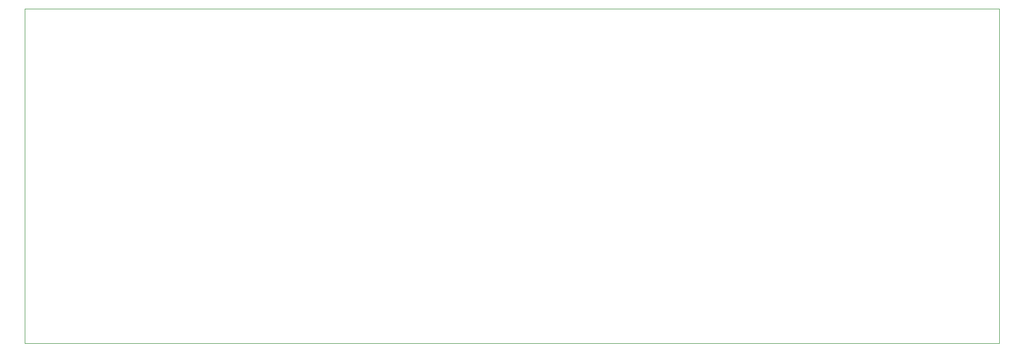
<source format=gbr>
%TF.GenerationSoftware,KiCad,Pcbnew,(5.1.10)-1*%
%TF.CreationDate,2021-06-21T22:38:47-07:00*%
%TF.ProjectId,A1050,41313035-302e-46b6-9963-61645f706362,rev?*%
%TF.SameCoordinates,Original*%
%TF.FileFunction,Profile,NP*%
%FSLAX46Y46*%
G04 Gerber Fmt 4.6, Leading zero omitted, Abs format (unit mm)*
G04 Created by KiCad (PCBNEW (5.1.10)-1) date 2021-06-21 22:38:47*
%MOMM*%
%LPD*%
G01*
G04 APERTURE LIST*
%TA.AperFunction,Profile*%
%ADD10C,0.050000*%
%TD*%
G04 APERTURE END LIST*
D10*
X95000000Y-88000000D02*
X255000000Y-88011000D01*
X255000000Y-88011000D02*
X255000000Y-143000000D01*
X95000000Y-143000000D02*
X255000000Y-143000000D01*
X95000000Y-88000000D02*
X95000000Y-143000000D01*
M02*

</source>
